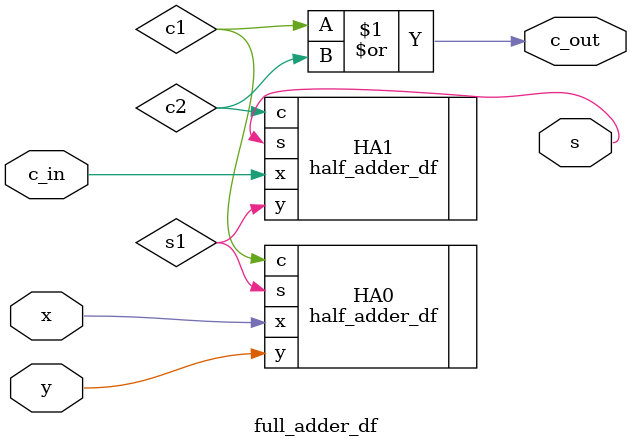
<source format=v>
`timescale 1ns / 1ps


module full_adder_df(
    input x, y, c_in,
    output s, c_out
    );
    wire c1, s1;
    
    half_adder_df HA0 (
        .x(x),
        .y(y),
        .c(c1),
        .s(s1)    
    );
    half_adder_df HA1 (
        .x(c_in),
        .y(s1),
        .c(c2),
        .s(s)    
    );
    
    assign c_out = c1 | c2; 
    
endmodule

</source>
